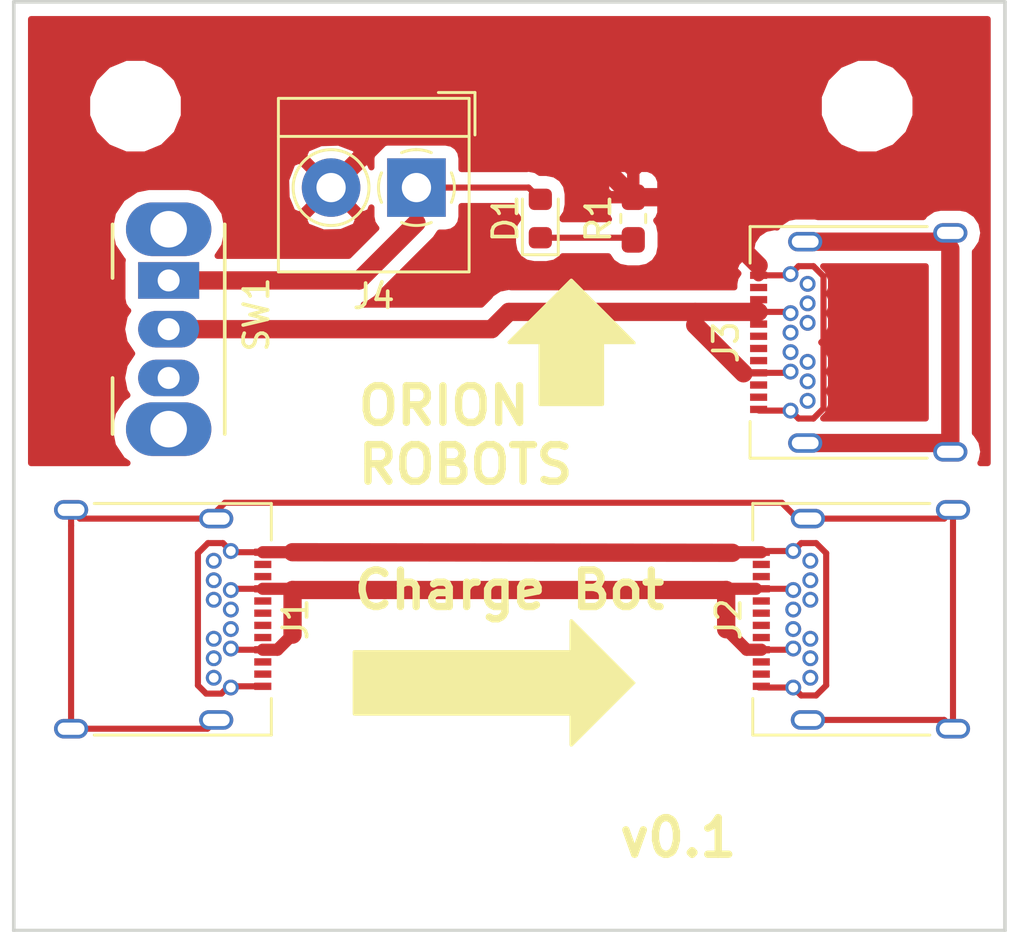
<source format=kicad_pcb>
(kicad_pcb (version 20171130) (host pcbnew "(5.0.2)-1")

  (general
    (thickness 1.6)
    (drawings 9)
    (tracks 100)
    (zones 0)
    (modules 11)
    (nets 34)
  )

  (page A4)
  (layers
    (0 F.Cu signal)
    (31 B.Cu signal)
    (32 B.Adhes user)
    (33 F.Adhes user)
    (34 B.Paste user)
    (35 F.Paste user)
    (36 B.SilkS user)
    (37 F.SilkS user)
    (38 B.Mask user)
    (39 F.Mask user)
    (40 Dwgs.User user)
    (41 Cmts.User user)
    (42 Eco1.User user)
    (43 Eco2.User user)
    (44 Edge.Cuts user)
    (45 Margin user)
    (46 B.CrtYd user)
    (47 F.CrtYd user)
    (48 B.Fab user)
    (49 F.Fab user)
  )

  (setup
    (last_trace_width 0.25)
    (trace_clearance 0.2)
    (zone_clearance 0.508)
    (zone_45_only no)
    (trace_min 0.2)
    (segment_width 0.2)
    (edge_width 0.15)
    (via_size 0.8)
    (via_drill 0.4)
    (via_min_size 0.4)
    (via_min_drill 0.3)
    (uvia_size 0.3)
    (uvia_drill 0.1)
    (uvias_allowed no)
    (uvia_min_size 0.2)
    (uvia_min_drill 0.1)
    (pcb_text_width 0.3)
    (pcb_text_size 1.5 1.5)
    (mod_edge_width 0.15)
    (mod_text_size 1 1)
    (mod_text_width 0.15)
    (pad_size 1.524 1.524)
    (pad_drill 0.762)
    (pad_to_mask_clearance 0.051)
    (solder_mask_min_width 0.25)
    (aux_axis_origin 0 0)
    (visible_elements 7FFFFFFF)
    (pcbplotparams
      (layerselection 0x010fc_ffffffff)
      (usegerberextensions false)
      (usegerberattributes false)
      (usegerberadvancedattributes false)
      (creategerberjobfile false)
      (excludeedgelayer true)
      (linewidth 0.100000)
      (plotframeref false)
      (viasonmask false)
      (mode 1)
      (useauxorigin false)
      (hpglpennumber 1)
      (hpglpenspeed 20)
      (hpglpendiameter 15.000000)
      (psnegative false)
      (psa4output false)
      (plotreference true)
      (plotvalue true)
      (plotinvisibletext false)
      (padsonsilk false)
      (subtractmaskfromsilk false)
      (outputformat 1)
      (mirror false)
      (drillshape 1)
      (scaleselection 1)
      (outputdirectory ""))
  )

  (net 0 "")
  (net 1 "Net-(D1-Pad2)")
  (net 2 "Net-(D1-Pad1)")
  (net 3 "Net-(J3-PadA1)")
  (net 4 "Net-(J1-PadS1)")
  (net 5 "Net-(J1-PadA1)")
  (net 6 "Net-(J1-PadA4)")
  (net 7 "Net-(J1-PadA5)")
  (net 8 "Net-(J1-PadA6)")
  (net 9 "Net-(J1-PadA7)")
  (net 10 "Net-(J1-PadA8)")
  (net 11 "Net-(J1-PadB6)")
  (net 12 "Net-(J1-PadB7)")
  (net 13 "Net-(J1-PadB5)")
  (net 14 "Net-(J1-PadB8)")
  (net 15 "Net-(J3-PadS1)")
  (net 16 "Net-(J3-PadA4)")
  (net 17 "Net-(J3-PadA5)")
  (net 18 "Net-(J3-PadA6)")
  (net 19 "Net-(J3-PadA7)")
  (net 20 "Net-(J3-PadA8)")
  (net 21 "Net-(J3-PadB6)")
  (net 22 "Net-(J3-PadB7)")
  (net 23 "Net-(J3-PadB5)")
  (net 24 "Net-(J3-PadB8)")
  (net 25 "Net-(SW1-Pad3)")
  (net 26 "Net-(J2-PadB8)")
  (net 27 "Net-(J2-PadB5)")
  (net 28 "Net-(J2-PadB7)")
  (net 29 "Net-(J2-PadB6)")
  (net 30 "Net-(J2-PadA8)")
  (net 31 "Net-(J2-PadA7)")
  (net 32 "Net-(J2-PadA6)")
  (net 33 "Net-(J2-PadA5)")

  (net_class Default "This is the default net class."
    (clearance 0.2)
    (trace_width 0.25)
    (via_dia 0.8)
    (via_drill 0.4)
    (uvia_dia 0.3)
    (uvia_drill 0.1)
    (add_net "Net-(D1-Pad1)")
    (add_net "Net-(D1-Pad2)")
    (add_net "Net-(J1-PadA1)")
    (add_net "Net-(J1-PadA4)")
    (add_net "Net-(J1-PadA5)")
    (add_net "Net-(J1-PadA6)")
    (add_net "Net-(J1-PadA7)")
    (add_net "Net-(J1-PadA8)")
    (add_net "Net-(J1-PadB5)")
    (add_net "Net-(J1-PadB6)")
    (add_net "Net-(J1-PadB7)")
    (add_net "Net-(J1-PadB8)")
    (add_net "Net-(J1-PadS1)")
    (add_net "Net-(J2-PadA5)")
    (add_net "Net-(J2-PadA6)")
    (add_net "Net-(J2-PadA7)")
    (add_net "Net-(J2-PadA8)")
    (add_net "Net-(J2-PadB5)")
    (add_net "Net-(J2-PadB6)")
    (add_net "Net-(J2-PadB7)")
    (add_net "Net-(J2-PadB8)")
    (add_net "Net-(J3-PadA1)")
    (add_net "Net-(J3-PadA4)")
    (add_net "Net-(J3-PadA5)")
    (add_net "Net-(J3-PadA6)")
    (add_net "Net-(J3-PadA7)")
    (add_net "Net-(J3-PadA8)")
    (add_net "Net-(J3-PadB5)")
    (add_net "Net-(J3-PadB6)")
    (add_net "Net-(J3-PadB7)")
    (add_net "Net-(J3-PadB8)")
    (add_net "Net-(J3-PadS1)")
    (add_net "Net-(SW1-Pad3)")
  )

  (module MountingHole:MountingHole_2.7mm_M2.5 (layer F.Cu) (tedit 5C53811C) (tstamp 5C6B43CE)
    (at 85 80)
    (descr "Mounting Hole 2.7mm, no annular, M2.5")
    (tags "mounting hole 2.7mm no annular m2.5")
    (attr virtual)
    (fp_text reference REF** (at 0 -3.7) (layer F.SilkS) hide
      (effects (font (size 1 1) (thickness 0.15)))
    )
    (fp_text value MountingHole_2.7mm_M2.5 (at 0 3.7) (layer F.Fab) hide
      (effects (font (size 1 1) (thickness 0.15)))
    )
    (fp_text user %R (at 0.3 0) (layer F.Fab)
      (effects (font (size 1 1) (thickness 0.15)))
    )
    (fp_circle (center 0 0) (end 2.7 0) (layer Cmts.User) (width 0.15))
    (fp_circle (center 0 0) (end 2.95 0) (layer F.CrtYd) (width 0.05))
    (pad 1 np_thru_hole circle (at 0 0) (size 2.7 2.7) (drill 2.7) (layers *.Cu *.Mask))
  )

  (module MountingHole:MountingHole_2.7mm_M2.5 (layer F.Cu) (tedit 5C53811C) (tstamp 5C6B43C0)
    (at 115 80)
    (descr "Mounting Hole 2.7mm, no annular, M2.5")
    (tags "mounting hole 2.7mm no annular m2.5")
    (attr virtual)
    (fp_text reference REF** (at 0 -3.7) (layer F.SilkS) hide
      (effects (font (size 1 1) (thickness 0.15)))
    )
    (fp_text value MountingHole_2.7mm_M2.5 (at 0 3.7) (layer F.Fab) hide
      (effects (font (size 1 1) (thickness 0.15)))
    )
    (fp_circle (center 0 0) (end 2.95 0) (layer F.CrtYd) (width 0.05))
    (fp_circle (center 0 0) (end 2.7 0) (layer Cmts.User) (width 0.15))
    (fp_text user %R (at 0.3 0) (layer F.Fab)
      (effects (font (size 1 1) (thickness 0.15)))
    )
    (pad 1 np_thru_hole circle (at 0 0) (size 2.7 2.7) (drill 2.7) (layers *.Cu *.Mask))
  )

  (module MountingHole:MountingHole_2.7mm_M2.5 (layer F.Cu) (tedit 5C53811C) (tstamp 5C6B405D)
    (at 115 50)
    (descr "Mounting Hole 2.7mm, no annular, M2.5")
    (tags "mounting hole 2.7mm no annular m2.5")
    (attr virtual)
    (fp_text reference REF** (at 0 -3.7) (layer F.SilkS) hide
      (effects (font (size 1 1) (thickness 0.15)))
    )
    (fp_text value MountingHole_2.7mm_M2.5 (at 0 3.7) (layer F.Fab) hide
      (effects (font (size 1 1) (thickness 0.15)))
    )
    (fp_text user %R (at 0.3 0) (layer F.Fab)
      (effects (font (size 1 1) (thickness 0.15)))
    )
    (fp_circle (center 0 0) (end 2.7 0) (layer Cmts.User) (width 0.15))
    (fp_circle (center 0 0) (end 2.95 0) (layer F.CrtYd) (width 0.05))
    (pad 1 np_thru_hole circle (at 0 0) (size 2.7 2.7) (drill 2.7) (layers *.Cu *.Mask))
  )

  (module Button_Switch_THT:SW_CuK_OS102011MA1QN1_SPDT_Angled (layer F.Cu) (tedit 5C52F5C7) (tstamp 5C5EB9C3)
    (at 86.36 57.15 270)
    (descr "CuK miniature slide switch, OS series, SPDT, right angle, http://www.ckswitches.com/media/1428/os.pdf")
    (tags "switch SPDT")
    (path /5C522216)
    (fp_text reference SW1 (at 1.4 -3.6 270) (layer F.SilkS)
      (effects (font (size 1 1) (thickness 0.15)))
    )
    (fp_text value SW_SPDT (at 8.89 1.27) (layer F.Fab) hide
      (effects (font (size 1 1) (thickness 0.15)))
    )
    (fp_text user %R (at 2.3 1.7 270) (layer F.Fab)
      (effects (font (size 0.5 0.5) (thickness 0.1)))
    )
    (fp_line (start -2.3 -2.2) (end 6.3 -2.2) (layer F.Fab) (width 0.1))
    (fp_line (start -2.3 -2.2) (end -2.3 2.2) (layer F.Fab) (width 0.1))
    (fp_line (start -2.3 2.2) (end 6.3 2.2) (layer F.Fab) (width 0.1))
    (fp_line (start 6.3 2.2) (end 6.3 -2.2) (layer F.Fab) (width 0.1))
    (fp_line (start 2 2.2) (end 2 6.2) (layer F.Fab) (width 0.1))
    (fp_line (start 2 6.2) (end 0 6.2) (layer F.Fab) (width 0.1))
    (fp_line (start 0 6.2) (end 0 2.2) (layer F.Fab) (width 0.1))
    (fp_line (start -2.3 -2.3) (end 6.3 -2.3) (layer F.SilkS) (width 0.15))
    (fp_line (start -2.3 2.3) (end -0.1 2.3) (layer F.SilkS) (width 0.15))
    (fp_line (start 4 2.3) (end 6.3 2.3) (layer F.SilkS) (width 0.15))
    (fp_line (start 7.7 -2.7) (end 7.7 6.7) (layer F.CrtYd) (width 0.05))
    (fp_line (start 7.7 6.7) (end -3.7 6.7) (layer F.CrtYd) (width 0.05))
    (fp_line (start -3.7 6.7) (end -3.7 -2.7) (layer F.CrtYd) (width 0.05))
    (fp_line (start -3.7 -2.7) (end 7.7 -2.7) (layer F.CrtYd) (width 0.05))
    (pad 1 thru_hole rect (at 0 0 270) (size 1.5 2.5) (drill 0.9) (layers *.Cu *.Mask)
      (net 1 "Net-(D1-Pad2)"))
    (pad 2 thru_hole oval (at 2 0 270) (size 1.5 2.5) (drill 0.9) (layers *.Cu *.Mask)
      (net 16 "Net-(J3-PadA4)"))
    (pad 3 thru_hole oval (at 4 0 270) (size 1.5 2.5) (drill 0.9) (layers *.Cu *.Mask)
      (net 25 "Net-(SW1-Pad3)"))
    (pad "" thru_hole oval (at -2.1 0 270) (size 2.2 3.5) (drill 1.5) (layers *.Cu *.Mask))
    (pad "" thru_hole oval (at 6.1 0 270) (size 2.2 3.5) (drill 1.5) (layers *.Cu *.Mask))
    (model ${KISYS3DMOD}/Button_Switch_THT.3dshapes/SW_CuK_OS102011MA1QN1_SPDT_Angled.wrl
      (at (xyz 0 0 0))
      (scale (xyz 1 1 1))
      (rotate (xyz 0 0 0))
    )
  )

  (module Connector_USB:USB_C_Receptacle_Amphenol_12401548E4-2A (layer F.Cu) (tedit 5C52F5D9) (tstamp 5C5EB97C)
    (at 115.57 59.69 90)
    (descr "USB TYPE C, RA RCPT PCB, Hybrid, https://www.amphenolcanada.com/StockAvailabilityPrice.aspx?From=&PartNum=12401548E4%7e2A")
    (tags "USB C Type-C Receptacle Hybrid")
    (path /5C521088)
    (attr smd)
    (fp_text reference J3 (at 0 -6.36 90) (layer F.SilkS)
      (effects (font (size 1 1) (thickness 0.15)))
    )
    (fp_text value USB_C_Receptacle_USB2.0 (at -6.35 -1.27) (layer F.Fab) hide
      (effects (font (size 1 1) (thickness 0.15)))
    )
    (fp_text user %R (at 0 0 90) (layer F.Fab)
      (effects (font (size 1 1) (thickness 0.1)))
    )
    (fp_line (start -5.39 5.73) (end -5.39 -5.87) (layer F.CrtYd) (width 0.05))
    (fp_line (start 5.39 5.73) (end -5.39 5.73) (layer F.CrtYd) (width 0.05))
    (fp_line (start 5.39 -5.87) (end 5.39 5.73) (layer F.CrtYd) (width 0.05))
    (fp_line (start -5.39 -5.87) (end 5.39 -5.87) (layer F.CrtYd) (width 0.05))
    (fp_line (start 4.6 5.23) (end 4.6 -5.22) (layer F.Fab) (width 0.1))
    (fp_line (start -4.6 5.23) (end 4.6 5.23) (layer F.Fab) (width 0.1))
    (fp_line (start 3.25 -5.37) (end 4.75 -5.37) (layer F.SilkS) (width 0.12))
    (fp_line (start 4.75 -5.37) (end 4.75 1.89) (layer F.SilkS) (width 0.12))
    (fp_line (start -4.75 -5.37) (end -4.75 1.89) (layer F.SilkS) (width 0.12))
    (fp_line (start -4.75 -5.37) (end -3.25 -5.37) (layer F.SilkS) (width 0.12))
    (fp_line (start -4.6 -5.22) (end 4.6 -5.22) (layer F.Fab) (width 0.1))
    (fp_line (start -4.6 5.23) (end -4.6 -5.22) (layer F.Fab) (width 0.1))
    (pad S1 thru_hole oval (at -4.13 -3.11 90) (size 0.8 1.4) (drill oval 0.5 1.1) (layers *.Cu *.Mask)
      (net 15 "Net-(J3-PadS1)"))
    (pad A1 smd rect (at -2.75 -5.02 90) (size 0.3 0.7) (layers F.Cu F.Paste F.Mask)
      (net 3 "Net-(J3-PadA1)"))
    (pad A2 smd rect (at -2.25 -5.02 90) (size 0.3 0.7) (layers F.Cu F.Paste F.Mask))
    (pad A3 smd rect (at -1.75 -5.02 90) (size 0.3 0.7) (layers F.Cu F.Paste F.Mask))
    (pad A4 smd rect (at -1.25 -5.02 90) (size 0.3 0.7) (layers F.Cu F.Paste F.Mask)
      (net 16 "Net-(J3-PadA4)"))
    (pad A5 smd rect (at -0.75 -5.02 90) (size 0.3 0.7) (layers F.Cu F.Paste F.Mask)
      (net 17 "Net-(J3-PadA5)"))
    (pad A6 smd rect (at -0.25 -5.02 90) (size 0.3 0.7) (layers F.Cu F.Paste F.Mask)
      (net 18 "Net-(J3-PadA6)"))
    (pad A7 smd rect (at 0.25 -5.02 90) (size 0.3 0.7) (layers F.Cu F.Paste F.Mask)
      (net 19 "Net-(J3-PadA7)"))
    (pad A12 smd rect (at 2.75 -5.02 90) (size 0.3 0.7) (layers F.Cu F.Paste F.Mask)
      (net 3 "Net-(J3-PadA1)"))
    (pad A10 smd rect (at 1.75 -5.02 90) (size 0.3 0.7) (layers F.Cu F.Paste F.Mask))
    (pad A9 smd rect (at 1.25 -5.02 90) (size 0.3 0.7) (layers F.Cu F.Paste F.Mask)
      (net 16 "Net-(J3-PadA4)"))
    (pad A8 smd rect (at 0.75 -5.02 90) (size 0.3 0.7) (layers F.Cu F.Paste F.Mask)
      (net 20 "Net-(J3-PadA8)"))
    (pad A11 smd rect (at 2.25 -5.02 90) (size 0.3 0.7) (layers F.Cu F.Paste F.Mask))
    (pad S1 thru_hole oval (at 4.13 -3.11 90) (size 0.8 1.4) (drill oval 0.5 1.1) (layers *.Cu *.Mask)
      (net 15 "Net-(J3-PadS1)"))
    (pad S1 thru_hole oval (at 4.49 2.84 90) (size 0.8 1.4) (drill oval 0.5 1.1) (layers *.Cu *.Mask)
      (net 15 "Net-(J3-PadS1)"))
    (pad S1 thru_hole oval (at -4.49 2.84 90) (size 0.8 1.4) (drill oval 0.5 1.1) (layers *.Cu *.Mask)
      (net 15 "Net-(J3-PadS1)"))
    (pad "" np_thru_hole oval (at 3.6 -4.36 90) (size 0.95 0.65) (drill oval 0.95 0.65) (layers *.Cu *.Mask))
    (pad "" np_thru_hole circle (at -3.6 -4.36 90) (size 0.65 0.65) (drill 0.65) (layers *.Cu *.Mask))
    (pad B1 thru_hole circle (at 2.8 -3.71 90) (size 0.65 0.65) (drill 0.4) (layers *.Cu *.Mask)
      (net 3 "Net-(J3-PadA1)"))
    (pad B4 thru_hole circle (at 1.2 -3.71 90) (size 0.65 0.65) (drill 0.4) (layers *.Cu *.Mask)
      (net 16 "Net-(J3-PadA4)"))
    (pad B6 thru_hole circle (at 0.4 -3.71 90) (size 0.65 0.65) (drill 0.4) (layers *.Cu *.Mask)
      (net 21 "Net-(J3-PadB6)"))
    (pad B7 thru_hole circle (at -0.4 -3.71 90) (size 0.65 0.65) (drill 0.4) (layers *.Cu *.Mask)
      (net 22 "Net-(J3-PadB7)"))
    (pad B9 thru_hole circle (at -1.2 -3.71 90) (size 0.65 0.65) (drill 0.4) (layers *.Cu *.Mask)
      (net 16 "Net-(J3-PadA4)"))
    (pad B12 thru_hole circle (at -2.8 -3.71 90) (size 0.65 0.65) (drill 0.4) (layers *.Cu *.Mask)
      (net 3 "Net-(J3-PadA1)"))
    (pad B2 thru_hole circle (at 2.4 -3.01 90) (size 0.65 0.65) (drill 0.4) (layers *.Cu *.Mask))
    (pad B3 thru_hole circle (at 1.6 -3.01 90) (size 0.65 0.65) (drill 0.4) (layers *.Cu *.Mask))
    (pad B5 thru_hole circle (at 0.8 -3.01 90) (size 0.65 0.65) (drill 0.4) (layers *.Cu *.Mask)
      (net 23 "Net-(J3-PadB5)"))
    (pad B8 thru_hole circle (at -0.8 -3.01 90) (size 0.65 0.65) (drill 0.4) (layers *.Cu *.Mask)
      (net 24 "Net-(J3-PadB8)"))
    (pad B10 thru_hole circle (at -1.6 -3.01 90) (size 0.65 0.65) (drill 0.4) (layers *.Cu *.Mask))
    (pad B11 thru_hole circle (at -2.4 -3.01 90) (size 0.65 0.65) (drill 0.4) (layers *.Cu *.Mask))
    (model ${KISYS3DMOD}/Connector_USB.3dshapes/USB_C_Receptacle_Amphenol_12401548E4-2A.wrl
      (at (xyz 0 0 0))
      (scale (xyz 1 1 1))
      (rotate (xyz 0 0 0))
    )
  )

  (module Connector_USB:USB_C_Receptacle_Amphenol_12401548E4-2A (layer F.Cu) (tedit 5C52F5D1) (tstamp 5C6B4301)
    (at 115.68 71.05 90)
    (descr "USB TYPE C, RA RCPT PCB, Hybrid, https://www.amphenolcanada.com/StockAvailabilityPrice.aspx?From=&PartNum=12401548E4%7e2A")
    (tags "USB C Type-C Receptacle Hybrid")
    (path /5C52132C)
    (attr smd)
    (fp_text reference J2 (at 0 -6.36 90) (layer F.SilkS)
      (effects (font (size 1 1) (thickness 0.15)))
    )
    (fp_text value USB_C_Receptacle_USB2.0 (at -6.35 -2.54) (layer F.Fab) hide
      (effects (font (size 1 1) (thickness 0.15)))
    )
    (fp_line (start -4.6 5.23) (end -4.6 -5.22) (layer F.Fab) (width 0.1))
    (fp_line (start -4.6 -5.22) (end 4.6 -5.22) (layer F.Fab) (width 0.1))
    (fp_line (start -4.75 -5.37) (end -3.25 -5.37) (layer F.SilkS) (width 0.12))
    (fp_line (start -4.75 -5.37) (end -4.75 1.89) (layer F.SilkS) (width 0.12))
    (fp_line (start 4.75 -5.37) (end 4.75 1.89) (layer F.SilkS) (width 0.12))
    (fp_line (start 3.25 -5.37) (end 4.75 -5.37) (layer F.SilkS) (width 0.12))
    (fp_line (start -4.6 5.23) (end 4.6 5.23) (layer F.Fab) (width 0.1))
    (fp_line (start 4.6 5.23) (end 4.6 -5.22) (layer F.Fab) (width 0.1))
    (fp_line (start -5.39 -5.87) (end 5.39 -5.87) (layer F.CrtYd) (width 0.05))
    (fp_line (start 5.39 -5.87) (end 5.39 5.73) (layer F.CrtYd) (width 0.05))
    (fp_line (start 5.39 5.73) (end -5.39 5.73) (layer F.CrtYd) (width 0.05))
    (fp_line (start -5.39 5.73) (end -5.39 -5.87) (layer F.CrtYd) (width 0.05))
    (fp_text user %R (at 5.08 -1.27 90) (layer F.Fab)
      (effects (font (size 1 1) (thickness 0.1)))
    )
    (pad B11 thru_hole circle (at -2.4 -3.01 90) (size 0.65 0.65) (drill 0.4) (layers *.Cu *.Mask))
    (pad B10 thru_hole circle (at -1.6 -3.01 90) (size 0.65 0.65) (drill 0.4) (layers *.Cu *.Mask))
    (pad B8 thru_hole circle (at -0.8 -3.01 90) (size 0.65 0.65) (drill 0.4) (layers *.Cu *.Mask)
      (net 26 "Net-(J2-PadB8)"))
    (pad B5 thru_hole circle (at 0.8 -3.01 90) (size 0.65 0.65) (drill 0.4) (layers *.Cu *.Mask)
      (net 27 "Net-(J2-PadB5)"))
    (pad B3 thru_hole circle (at 1.6 -3.01 90) (size 0.65 0.65) (drill 0.4) (layers *.Cu *.Mask))
    (pad B2 thru_hole circle (at 2.4 -3.01 90) (size 0.65 0.65) (drill 0.4) (layers *.Cu *.Mask))
    (pad B12 thru_hole circle (at -2.8 -3.71 90) (size 0.65 0.65) (drill 0.4) (layers *.Cu *.Mask)
      (net 5 "Net-(J1-PadA1)"))
    (pad B9 thru_hole circle (at -1.2 -3.71 90) (size 0.65 0.65) (drill 0.4) (layers *.Cu *.Mask)
      (net 6 "Net-(J1-PadA4)"))
    (pad B7 thru_hole circle (at -0.4 -3.71 90) (size 0.65 0.65) (drill 0.4) (layers *.Cu *.Mask)
      (net 28 "Net-(J2-PadB7)"))
    (pad B6 thru_hole circle (at 0.4 -3.71 90) (size 0.65 0.65) (drill 0.4) (layers *.Cu *.Mask)
      (net 29 "Net-(J2-PadB6)"))
    (pad B4 thru_hole circle (at 1.2 -3.71 90) (size 0.65 0.65) (drill 0.4) (layers *.Cu *.Mask)
      (net 6 "Net-(J1-PadA4)"))
    (pad B1 thru_hole circle (at 2.8 -3.71 90) (size 0.65 0.65) (drill 0.4) (layers *.Cu *.Mask)
      (net 5 "Net-(J1-PadA1)"))
    (pad "" np_thru_hole circle (at -3.6 -4.36 90) (size 0.65 0.65) (drill 0.65) (layers *.Cu *.Mask))
    (pad "" np_thru_hole oval (at 3.6 -4.36 90) (size 0.95 0.65) (drill oval 0.95 0.65) (layers *.Cu *.Mask))
    (pad S1 thru_hole oval (at -4.49 2.84 90) (size 0.8 1.4) (drill oval 0.5 1.1) (layers *.Cu *.Mask)
      (net 4 "Net-(J1-PadS1)"))
    (pad S1 thru_hole oval (at 4.49 2.84 90) (size 0.8 1.4) (drill oval 0.5 1.1) (layers *.Cu *.Mask)
      (net 4 "Net-(J1-PadS1)"))
    (pad S1 thru_hole oval (at 4.13 -3.11 90) (size 0.8 1.4) (drill oval 0.5 1.1) (layers *.Cu *.Mask)
      (net 4 "Net-(J1-PadS1)"))
    (pad A11 smd rect (at 2.25 -5.02 90) (size 0.3 0.7) (layers F.Cu F.Paste F.Mask))
    (pad A8 smd rect (at 0.75 -5.02 90) (size 0.3 0.7) (layers F.Cu F.Paste F.Mask)
      (net 30 "Net-(J2-PadA8)"))
    (pad A9 smd rect (at 1.25 -5.02 90) (size 0.3 0.7) (layers F.Cu F.Paste F.Mask)
      (net 6 "Net-(J1-PadA4)"))
    (pad A10 smd rect (at 1.75 -5.02 90) (size 0.3 0.7) (layers F.Cu F.Paste F.Mask))
    (pad A12 smd rect (at 2.75 -5.02 90) (size 0.3 0.7) (layers F.Cu F.Paste F.Mask)
      (net 5 "Net-(J1-PadA1)"))
    (pad A7 smd rect (at 0.25 -5.02 90) (size 0.3 0.7) (layers F.Cu F.Paste F.Mask)
      (net 31 "Net-(J2-PadA7)"))
    (pad A6 smd rect (at -0.25 -5.02 90) (size 0.3 0.7) (layers F.Cu F.Paste F.Mask)
      (net 32 "Net-(J2-PadA6)"))
    (pad A5 smd rect (at -0.75 -5.02 90) (size 0.3 0.7) (layers F.Cu F.Paste F.Mask)
      (net 33 "Net-(J2-PadA5)"))
    (pad A4 smd rect (at -1.25 -5.02 90) (size 0.3 0.7) (layers F.Cu F.Paste F.Mask)
      (net 6 "Net-(J1-PadA4)"))
    (pad A3 smd rect (at -1.75 -5.02 90) (size 0.3 0.7) (layers F.Cu F.Paste F.Mask))
    (pad A2 smd rect (at -2.25 -5.02 90) (size 0.3 0.7) (layers F.Cu F.Paste F.Mask))
    (pad A1 smd rect (at -2.75 -5.02 90) (size 0.3 0.7) (layers F.Cu F.Paste F.Mask)
      (net 5 "Net-(J1-PadA1)"))
    (pad S1 thru_hole oval (at -4.13 -3.11 90) (size 0.8 1.4) (drill oval 0.5 1.1) (layers *.Cu *.Mask)
      (net 4 "Net-(J1-PadS1)"))
    (model ${KISYS3DMOD}/Connector_USB.3dshapes/USB_C_Receptacle_Amphenol_12401548E4-2A.wrl
      (at (xyz 0 0 0))
      (scale (xyz 1 1 1))
      (rotate (xyz 0 0 0))
    )
  )

  (module Connector_USB:USB_C_Receptacle_Amphenol_12401548E4-2A (layer F.Cu) (tedit 5C52F5CD) (tstamp 5C6B4277)
    (at 85.2 71.05 270)
    (descr "USB TYPE C, RA RCPT PCB, Hybrid, https://www.amphenolcanada.com/StockAvailabilityPrice.aspx?From=&PartNum=12401548E4%7e2A")
    (tags "USB C Type-C Receptacle Hybrid")
    (path /5C521188)
    (attr smd)
    (fp_text reference J1 (at 0 -6.36 270) (layer F.SilkS)
      (effects (font (size 1 1) (thickness 0.15)))
    )
    (fp_text value USB_C_Receptacle_USB2.0 (at 6.35 -1.27 180) (layer F.Fab) hide
      (effects (font (size 1 1) (thickness 0.15)))
    )
    (fp_text user %R (at 0 0 270) (layer F.Fab)
      (effects (font (size 1 1) (thickness 0.1)))
    )
    (fp_line (start -5.39 5.73) (end -5.39 -5.87) (layer F.CrtYd) (width 0.05))
    (fp_line (start 5.39 5.73) (end -5.39 5.73) (layer F.CrtYd) (width 0.05))
    (fp_line (start 5.39 -5.87) (end 5.39 5.73) (layer F.CrtYd) (width 0.05))
    (fp_line (start -5.39 -5.87) (end 5.39 -5.87) (layer F.CrtYd) (width 0.05))
    (fp_line (start 4.6 5.23) (end 4.6 -5.22) (layer F.Fab) (width 0.1))
    (fp_line (start -4.6 5.23) (end 4.6 5.23) (layer F.Fab) (width 0.1))
    (fp_line (start 3.25 -5.37) (end 4.75 -5.37) (layer F.SilkS) (width 0.12))
    (fp_line (start 4.75 -5.37) (end 4.75 1.89) (layer F.SilkS) (width 0.12))
    (fp_line (start -4.75 -5.37) (end -4.75 1.89) (layer F.SilkS) (width 0.12))
    (fp_line (start -4.75 -5.37) (end -3.25 -5.37) (layer F.SilkS) (width 0.12))
    (fp_line (start -4.6 -5.22) (end 4.6 -5.22) (layer F.Fab) (width 0.1))
    (fp_line (start -4.6 5.23) (end -4.6 -5.22) (layer F.Fab) (width 0.1))
    (pad S1 thru_hole oval (at -4.13 -3.11 270) (size 0.8 1.4) (drill oval 0.5 1.1) (layers *.Cu *.Mask)
      (net 4 "Net-(J1-PadS1)"))
    (pad A1 smd rect (at -2.75 -5.02 270) (size 0.3 0.7) (layers F.Cu F.Paste F.Mask)
      (net 5 "Net-(J1-PadA1)"))
    (pad A2 smd rect (at -2.25 -5.02 270) (size 0.3 0.7) (layers F.Cu F.Paste F.Mask))
    (pad A3 smd rect (at -1.75 -5.02 270) (size 0.3 0.7) (layers F.Cu F.Paste F.Mask))
    (pad A4 smd rect (at -1.25 -5.02 270) (size 0.3 0.7) (layers F.Cu F.Paste F.Mask)
      (net 6 "Net-(J1-PadA4)"))
    (pad A5 smd rect (at -0.75 -5.02 270) (size 0.3 0.7) (layers F.Cu F.Paste F.Mask)
      (net 7 "Net-(J1-PadA5)"))
    (pad A6 smd rect (at -0.25 -5.02 270) (size 0.3 0.7) (layers F.Cu F.Paste F.Mask)
      (net 8 "Net-(J1-PadA6)"))
    (pad A7 smd rect (at 0.25 -5.02 270) (size 0.3 0.7) (layers F.Cu F.Paste F.Mask)
      (net 9 "Net-(J1-PadA7)"))
    (pad A12 smd rect (at 2.75 -5.02 270) (size 0.3 0.7) (layers F.Cu F.Paste F.Mask)
      (net 5 "Net-(J1-PadA1)"))
    (pad A10 smd rect (at 1.75 -5.02 270) (size 0.3 0.7) (layers F.Cu F.Paste F.Mask))
    (pad A9 smd rect (at 1.25 -5.02 270) (size 0.3 0.7) (layers F.Cu F.Paste F.Mask)
      (net 6 "Net-(J1-PadA4)"))
    (pad A8 smd rect (at 0.75 -5.02 270) (size 0.3 0.7) (layers F.Cu F.Paste F.Mask)
      (net 10 "Net-(J1-PadA8)"))
    (pad A11 smd rect (at 2.25 -5.02 270) (size 0.3 0.7) (layers F.Cu F.Paste F.Mask))
    (pad S1 thru_hole oval (at 4.13 -3.11 270) (size 0.8 1.4) (drill oval 0.5 1.1) (layers *.Cu *.Mask)
      (net 4 "Net-(J1-PadS1)"))
    (pad S1 thru_hole oval (at 4.49 2.84 270) (size 0.8 1.4) (drill oval 0.5 1.1) (layers *.Cu *.Mask)
      (net 4 "Net-(J1-PadS1)"))
    (pad S1 thru_hole oval (at -4.49 2.84 270) (size 0.8 1.4) (drill oval 0.5 1.1) (layers *.Cu *.Mask)
      (net 4 "Net-(J1-PadS1)"))
    (pad "" np_thru_hole oval (at 3.6 -4.36 270) (size 0.95 0.65) (drill oval 0.95 0.65) (layers *.Cu *.Mask))
    (pad "" np_thru_hole circle (at -3.6 -4.36 270) (size 0.65 0.65) (drill 0.65) (layers *.Cu *.Mask))
    (pad B1 thru_hole circle (at 2.8 -3.71 270) (size 0.65 0.65) (drill 0.4) (layers *.Cu *.Mask)
      (net 5 "Net-(J1-PadA1)"))
    (pad B4 thru_hole circle (at 1.2 -3.71 270) (size 0.65 0.65) (drill 0.4) (layers *.Cu *.Mask)
      (net 6 "Net-(J1-PadA4)"))
    (pad B6 thru_hole circle (at 0.4 -3.71 270) (size 0.65 0.65) (drill 0.4) (layers *.Cu *.Mask)
      (net 11 "Net-(J1-PadB6)"))
    (pad B7 thru_hole circle (at -0.4 -3.71 270) (size 0.65 0.65) (drill 0.4) (layers *.Cu *.Mask)
      (net 12 "Net-(J1-PadB7)"))
    (pad B9 thru_hole circle (at -1.2 -3.71 270) (size 0.65 0.65) (drill 0.4) (layers *.Cu *.Mask)
      (net 6 "Net-(J1-PadA4)"))
    (pad B12 thru_hole circle (at -2.8 -3.71 270) (size 0.65 0.65) (drill 0.4) (layers *.Cu *.Mask)
      (net 5 "Net-(J1-PadA1)"))
    (pad B2 thru_hole circle (at 2.4 -3.01 270) (size 0.65 0.65) (drill 0.4) (layers *.Cu *.Mask))
    (pad B3 thru_hole circle (at 1.6 -3.01 270) (size 0.65 0.65) (drill 0.4) (layers *.Cu *.Mask))
    (pad B5 thru_hole circle (at 0.8 -3.01 270) (size 0.65 0.65) (drill 0.4) (layers *.Cu *.Mask)
      (net 13 "Net-(J1-PadB5)"))
    (pad B8 thru_hole circle (at -0.8 -3.01 270) (size 0.65 0.65) (drill 0.4) (layers *.Cu *.Mask)
      (net 14 "Net-(J1-PadB8)"))
    (pad B10 thru_hole circle (at -1.6 -3.01 270) (size 0.65 0.65) (drill 0.4) (layers *.Cu *.Mask))
    (pad B11 thru_hole circle (at -2.4 -3.01 270) (size 0.65 0.65) (drill 0.4) (layers *.Cu *.Mask))
    (model ${KISYS3DMOD}/Connector_USB.3dshapes/USB_C_Receptacle_Amphenol_12401548E4-2A.wrl
      (at (xyz 0 0 0))
      (scale (xyz 1 1 1))
      (rotate (xyz 0 0 0))
    )
  )

  (module LED_SMD:LED_0603_1608Metric (layer F.Cu) (tedit 5B301BBE) (tstamp 5C5EE4C1)
    (at 101.6 54.61 90)
    (descr "LED SMD 0603 (1608 Metric), square (rectangular) end terminal, IPC_7351 nominal, (Body size source: http://www.tortai-tech.com/upload/download/2011102023233369053.pdf), generated with kicad-footprint-generator")
    (tags diode)
    (path /5C5235CB)
    (attr smd)
    (fp_text reference D1 (at 0 -1.43 90) (layer F.SilkS)
      (effects (font (size 1 1) (thickness 0.15)))
    )
    (fp_text value LED_Small (at 0 1.43 90) (layer F.Fab)
      (effects (font (size 1 1) (thickness 0.15)))
    )
    (fp_line (start 0.8 -0.4) (end -0.5 -0.4) (layer F.Fab) (width 0.1))
    (fp_line (start -0.5 -0.4) (end -0.8 -0.1) (layer F.Fab) (width 0.1))
    (fp_line (start -0.8 -0.1) (end -0.8 0.4) (layer F.Fab) (width 0.1))
    (fp_line (start -0.8 0.4) (end 0.8 0.4) (layer F.Fab) (width 0.1))
    (fp_line (start 0.8 0.4) (end 0.8 -0.4) (layer F.Fab) (width 0.1))
    (fp_line (start 0.8 -0.735) (end -1.485 -0.735) (layer F.SilkS) (width 0.12))
    (fp_line (start -1.485 -0.735) (end -1.485 0.735) (layer F.SilkS) (width 0.12))
    (fp_line (start -1.485 0.735) (end 0.8 0.735) (layer F.SilkS) (width 0.12))
    (fp_line (start -1.48 0.73) (end -1.48 -0.73) (layer F.CrtYd) (width 0.05))
    (fp_line (start -1.48 -0.73) (end 1.48 -0.73) (layer F.CrtYd) (width 0.05))
    (fp_line (start 1.48 -0.73) (end 1.48 0.73) (layer F.CrtYd) (width 0.05))
    (fp_line (start 1.48 0.73) (end -1.48 0.73) (layer F.CrtYd) (width 0.05))
    (fp_text user %R (at 0 0 90) (layer F.Fab)
      (effects (font (size 0.4 0.4) (thickness 0.06)))
    )
    (pad 1 smd roundrect (at -0.7875 0 90) (size 0.875 0.95) (layers F.Cu F.Paste F.Mask) (roundrect_rratio 0.25)
      (net 2 "Net-(D1-Pad1)"))
    (pad 2 smd roundrect (at 0.7875 0 90) (size 0.875 0.95) (layers F.Cu F.Paste F.Mask) (roundrect_rratio 0.25)
      (net 1 "Net-(D1-Pad2)"))
    (model ${KISYS3DMOD}/LED_SMD.3dshapes/LED_0603_1608Metric.wrl
      (at (xyz 0 0 0))
      (scale (xyz 1 1 1))
      (rotate (xyz 0 0 0))
    )
  )

  (module Resistor_SMD:R_0603_1608Metric_Pad1.05x0.95mm_HandSolder (layer F.Cu) (tedit 5B301BBD) (tstamp 5C6B3E39)
    (at 105.41 54.61 90)
    (descr "Resistor SMD 0603 (1608 Metric), square (rectangular) end terminal, IPC_7351 nominal with elongated pad for handsoldering. (Body size source: http://www.tortai-tech.com/upload/download/2011102023233369053.pdf), generated with kicad-footprint-generator")
    (tags "resistor handsolder")
    (path /5C5236C3)
    (attr smd)
    (fp_text reference R1 (at 0 -1.43 90) (layer F.SilkS)
      (effects (font (size 1 1) (thickness 0.15)))
    )
    (fp_text value 330R (at 0 1.43 90) (layer F.Fab)
      (effects (font (size 1 1) (thickness 0.15)))
    )
    (fp_line (start -0.8 0.4) (end -0.8 -0.4) (layer F.Fab) (width 0.1))
    (fp_line (start -0.8 -0.4) (end 0.8 -0.4) (layer F.Fab) (width 0.1))
    (fp_line (start 0.8 -0.4) (end 0.8 0.4) (layer F.Fab) (width 0.1))
    (fp_line (start 0.8 0.4) (end -0.8 0.4) (layer F.Fab) (width 0.1))
    (fp_line (start -0.171267 -0.51) (end 0.171267 -0.51) (layer F.SilkS) (width 0.12))
    (fp_line (start -0.171267 0.51) (end 0.171267 0.51) (layer F.SilkS) (width 0.12))
    (fp_line (start -1.65 0.73) (end -1.65 -0.73) (layer F.CrtYd) (width 0.05))
    (fp_line (start -1.65 -0.73) (end 1.65 -0.73) (layer F.CrtYd) (width 0.05))
    (fp_line (start 1.65 -0.73) (end 1.65 0.73) (layer F.CrtYd) (width 0.05))
    (fp_line (start 1.65 0.73) (end -1.65 0.73) (layer F.CrtYd) (width 0.05))
    (fp_text user %R (at 0 0) (layer F.Fab)
      (effects (font (size 0.4 0.4) (thickness 0.06)))
    )
    (pad 1 smd roundrect (at -0.875 0 90) (size 1.05 0.95) (layers F.Cu F.Paste F.Mask) (roundrect_rratio 0.25)
      (net 2 "Net-(D1-Pad1)"))
    (pad 2 smd roundrect (at 0.875 0 90) (size 1.05 0.95) (layers F.Cu F.Paste F.Mask) (roundrect_rratio 0.25)
      (net 3 "Net-(J3-PadA1)"))
    (model ${KISYS3DMOD}/Resistor_SMD.3dshapes/R_0603_1608Metric.wrl
      (at (xyz 0 0 0))
      (scale (xyz 1 1 1))
      (rotate (xyz 0 0 0))
    )
  )

  (module TerminalBlock_4Ucon:TerminalBlock_4Ucon_1x02_P3.50mm_Horizontal (layer F.Cu) (tedit 5C52F5C4) (tstamp 5C5ED2A0)
    (at 96.52 53.34 180)
    (descr "Terminal Block 4Ucon ItemNo. 19963, 2 pins, pitch 3.5mm, size 7.7x7mm^2, drill diamater 1.2mm, pad diameter 2.4mm, see http://www.4uconnector.com/online/object/4udrawing/19963.pdf, script-generated using https://github.com/pointhi/kicad-footprint-generator/scripts/TerminalBlock_4Ucon")
    (tags "THT Terminal Block 4Ucon ItemNo. 19963 pitch 3.5mm size 7.7x7mm^2 drill 1.2mm pad 2.4mm")
    (path /5C53380F)
    (fp_text reference J4 (at 1.75 -4.46 180) (layer F.SilkS)
      (effects (font (size 1 1) (thickness 0.15)))
    )
    (fp_text value Screw_Terminal_01x02 (at 1.75 4.66 180) (layer F.Fab) hide
      (effects (font (size 1 1) (thickness 0.15)))
    )
    (fp_arc (start 0 0) (end 0 1.555) (angle -23) (layer F.SilkS) (width 0.12))
    (fp_arc (start 0 0) (end 1.432 0.608) (angle -46) (layer F.SilkS) (width 0.12))
    (fp_arc (start 0 0) (end 0.608 -1.432) (angle -46) (layer F.SilkS) (width 0.12))
    (fp_arc (start 0 0) (end -1.432 -0.608) (angle -46) (layer F.SilkS) (width 0.12))
    (fp_arc (start 0 0) (end -0.608 1.432) (angle -24) (layer F.SilkS) (width 0.12))
    (fp_circle (center 0 0) (end 1.375 0) (layer F.Fab) (width 0.1))
    (fp_circle (center 3.5 0) (end 4.875 0) (layer F.Fab) (width 0.1))
    (fp_circle (center 3.5 0) (end 5.055 0) (layer F.SilkS) (width 0.12))
    (fp_line (start -2.1 -3.4) (end 5.6 -3.4) (layer F.Fab) (width 0.1))
    (fp_line (start 5.6 -3.4) (end 5.6 3.6) (layer F.Fab) (width 0.1))
    (fp_line (start 5.6 3.6) (end -0.6 3.6) (layer F.Fab) (width 0.1))
    (fp_line (start -0.6 3.6) (end -2.1 2.1) (layer F.Fab) (width 0.1))
    (fp_line (start -2.1 2.1) (end -2.1 -3.4) (layer F.Fab) (width 0.1))
    (fp_line (start -2.1 2.1) (end 5.6 2.1) (layer F.Fab) (width 0.1))
    (fp_line (start -2.16 2.1) (end 5.66 2.1) (layer F.SilkS) (width 0.12))
    (fp_line (start -2.16 -3.46) (end 5.66 -3.46) (layer F.SilkS) (width 0.12))
    (fp_line (start -2.16 3.66) (end 5.66 3.66) (layer F.SilkS) (width 0.12))
    (fp_line (start -2.16 -3.46) (end -2.16 3.66) (layer F.SilkS) (width 0.12))
    (fp_line (start 5.66 -3.46) (end 5.66 3.66) (layer F.SilkS) (width 0.12))
    (fp_line (start -1.1 -0.069) (end -0.069 -0.069) (layer F.Fab) (width 0.1))
    (fp_line (start -0.069 -0.069) (end -0.069 -1.1) (layer F.Fab) (width 0.1))
    (fp_line (start -0.069 -1.1) (end 0.069 -1.1) (layer F.Fab) (width 0.1))
    (fp_line (start 0.069 -1.1) (end 0.069 -0.069) (layer F.Fab) (width 0.1))
    (fp_line (start 0.069 -0.069) (end 1.1 -0.069) (layer F.Fab) (width 0.1))
    (fp_line (start 1.1 -0.069) (end 1.1 0.069) (layer F.Fab) (width 0.1))
    (fp_line (start 1.1 0.069) (end 0.069 0.069) (layer F.Fab) (width 0.1))
    (fp_line (start 0.069 0.069) (end 0.069 1.1) (layer F.Fab) (width 0.1))
    (fp_line (start 0.069 1.1) (end -0.069 1.1) (layer F.Fab) (width 0.1))
    (fp_line (start -0.069 1.1) (end -0.069 0.069) (layer F.Fab) (width 0.1))
    (fp_line (start -0.069 0.069) (end -1.1 0.069) (layer F.Fab) (width 0.1))
    (fp_line (start -1.1 0.069) (end -1.1 -0.069) (layer F.Fab) (width 0.1))
    (fp_line (start 2.4 -0.069) (end 3.431 -0.069) (layer F.Fab) (width 0.1))
    (fp_line (start 3.431 -0.069) (end 3.431 -1.1) (layer F.Fab) (width 0.1))
    (fp_line (start 3.431 -1.1) (end 3.569 -1.1) (layer F.Fab) (width 0.1))
    (fp_line (start 3.569 -1.1) (end 3.569 -0.069) (layer F.Fab) (width 0.1))
    (fp_line (start 3.569 -0.069) (end 4.6 -0.069) (layer F.Fab) (width 0.1))
    (fp_line (start 4.6 -0.069) (end 4.6 0.069) (layer F.Fab) (width 0.1))
    (fp_line (start 4.6 0.069) (end 3.569 0.069) (layer F.Fab) (width 0.1))
    (fp_line (start 3.569 0.069) (end 3.569 1.1) (layer F.Fab) (width 0.1))
    (fp_line (start 3.569 1.1) (end 3.431 1.1) (layer F.Fab) (width 0.1))
    (fp_line (start 3.431 1.1) (end 3.431 0.069) (layer F.Fab) (width 0.1))
    (fp_line (start 3.431 0.069) (end 2.4 0.069) (layer F.Fab) (width 0.1))
    (fp_line (start 2.4 0.069) (end 2.4 -0.069) (layer F.Fab) (width 0.1))
    (fp_line (start -2.4 2.16) (end -2.4 3.9) (layer F.SilkS) (width 0.12))
    (fp_line (start -2.4 3.9) (end -0.9 3.9) (layer F.SilkS) (width 0.12))
    (fp_line (start -2.6 -3.9) (end -2.6 4.1) (layer F.CrtYd) (width 0.05))
    (fp_line (start -2.6 4.1) (end 6.1 4.1) (layer F.CrtYd) (width 0.05))
    (fp_line (start 6.1 4.1) (end 6.1 -3.9) (layer F.CrtYd) (width 0.05))
    (fp_line (start 6.1 -3.9) (end -2.6 -3.9) (layer F.CrtYd) (width 0.05))
    (fp_text user %R (at 1.75 2.9 180) (layer F.Fab)
      (effects (font (size 1 1) (thickness 0.15)))
    )
    (pad 1 thru_hole rect (at 0 0 180) (size 2.4 2.4) (drill 1.2) (layers *.Cu *.Mask)
      (net 1 "Net-(D1-Pad2)"))
    (pad 2 thru_hole circle (at 3.5 0 180) (size 2.4 2.4) (drill 1.2) (layers *.Cu *.Mask)
      (net 3 "Net-(J3-PadA1)"))
    (model ${KISYS3DMOD}/TerminalBlock_4Ucon.3dshapes/TerminalBlock_4Ucon_1x02_P3.50mm_Horizontal.wrl
      (at (xyz 0 0 0))
      (scale (xyz 1 1 1))
      (rotate (xyz 0 0 0))
    )
  )

  (module MountingHole:MountingHole_2.7mm_M2.5 (layer F.Cu) (tedit 5C538129) (tstamp 5C6B4059)
    (at 85 50)
    (descr "Mounting Hole 2.7mm, no annular, M2.5")
    (tags "mounting hole 2.7mm no annular m2.5")
    (attr virtual)
    (fp_text reference REF** (at 0 -3.7) (layer F.SilkS) hide
      (effects (font (size 1 1) (thickness 0.15)))
    )
    (fp_text value MountingHole_2.7mm_M2.5 (at 0 3.7) (layer F.Fab) hide
      (effects (font (size 1 1) (thickness 0.15)))
    )
    (fp_circle (center 0 0) (end 2.95 0) (layer F.CrtYd) (width 0.05))
    (fp_circle (center 0 0) (end 2.7 0) (layer Cmts.User) (width 0.15))
    (fp_text user %R (at 0.3 0) (layer F.Fab)
      (effects (font (size 1 1) (thickness 0.15)))
    )
    (pad 1 np_thru_hole circle (at 0 0) (size 2.7 2.7) (drill 2.7) (layers *.Cu *.Mask))
  )

  (gr_text " v0.1" (at 106.68 80.01) (layer F.SilkS)
    (effects (font (size 1.5 1.5) (thickness 0.3)))
  )
  (gr_line (start 80.01 45.72) (end 120.65 45.72) (layer Edge.Cuts) (width 0.15))
  (gr_line (start 80.01 83.82) (end 80.01 45.72) (layer Edge.Cuts) (width 0.15) (tstamp 5C6B43E9))
  (gr_line (start 120.65 83.82) (end 80.01 83.82) (layer Edge.Cuts) (width 0.15) (tstamp 5C6B43DF))
  (gr_line (start 120.65 45.72) (end 120.65 83.82) (layer Edge.Cuts) (width 0.15))
  (gr_text "ORION\nROBOTS" (at 93.98 63.5) (layer F.SilkS) (tstamp 5C6B41B0)
    (effects (font (size 1.5 1.5) (thickness 0.3)) (justify left))
  )
  (gr_poly (pts (xy 101.6 59.69) (xy 101.6 62.23) (xy 104.14 62.23) (xy 104.14 59.69) (xy 105.41 59.69) (xy 102.87 57.15) (xy 100.33 59.69)) (layer F.SilkS) (width 0.15) (tstamp 5C6B3FD9))
  (gr_text "Charge Bot\n" (at 100.33 69.85) (layer F.SilkS)
    (effects (font (size 1.5 1.5) (thickness 0.3)))
  )
  (gr_poly (pts (xy 102.87 72.39) (xy 93.98 72.39) (xy 93.98 74.93) (xy 102.87 74.93) (xy 102.87 76.2) (xy 105.41 73.66) (xy 102.87 71.12)) (layer F.SilkS) (width 0.15))

  (segment (start 96.52 54.79) (end 96.52 53.34) (width 0.25) (layer F.Cu) (net 1))
  (segment (start 94.16 57.15) (end 96.52 54.79) (width 0.75) (layer F.Cu) (net 1))
  (segment (start 86.36 57.15) (end 94.16 57.15) (width 0.75) (layer F.Cu) (net 1))
  (segment (start 101.1175 53.34) (end 101.6 53.8225) (width 0.25) (layer F.Cu) (net 1))
  (segment (start 96.52 53.34) (end 101.1175 53.34) (width 0.25) (layer F.Cu) (net 1))
  (segment (start 105.3225 55.3975) (end 105.41 55.485) (width 0.25) (layer F.Cu) (net 2))
  (segment (start 101.6 55.3975) (end 105.3225 55.3975) (width 0.25) (layer F.Cu) (net 2))
  (segment (start 93.02 53.34) (end 95.56 50.8) (width 0.75) (layer F.Cu) (net 3))
  (segment (start 102.475 50.8) (end 105.41 53.735) (width 0.75) (layer F.Cu) (net 3))
  (segment (start 95.56 50.8) (end 102.475 50.8) (width 0.75) (layer F.Cu) (net 3))
  (segment (start 110.55 56.54) (end 110.55 56.94) (width 0.5) (layer F.Cu) (net 3))
  (segment (start 107.745 53.735) (end 110.55 56.54) (width 0.75) (layer F.Cu) (net 3))
  (segment (start 105.41 53.735) (end 107.745 53.735) (width 0.75) (layer F.Cu) (net 3))
  (segment (start 111.81 56.94) (end 111.86 56.89) (width 0.25) (layer F.Cu) (net 3))
  (segment (start 110.55 56.94) (end 111.81 56.94) (width 0.25) (layer F.Cu) (net 3))
  (segment (start 112.184999 62.814999) (end 111.86 62.49) (width 0.25) (layer F.Cu) (net 3))
  (segment (start 112.797003 62.814999) (end 112.184999 62.814999) (width 0.25) (layer F.Cu) (net 3))
  (segment (start 113.210001 62.402001) (end 112.797003 62.814999) (width 0.25) (layer F.Cu) (net 3))
  (segment (start 113.210001 56.977999) (end 113.210001 62.402001) (width 0.25) (layer F.Cu) (net 3))
  (segment (start 112.797003 56.565001) (end 113.210001 56.977999) (width 0.25) (layer F.Cu) (net 3))
  (segment (start 112.184999 56.565001) (end 112.797003 56.565001) (width 0.25) (layer F.Cu) (net 3))
  (segment (start 111.86 56.89) (end 112.184999 56.565001) (width 0.25) (layer F.Cu) (net 3))
  (segment (start 111.86 62.49) (end 110.564999 62.49) (width 0.25) (layer F.Cu) (net 3))
  (segment (start 118.16 75.18) (end 118.52 75.54) (width 0.25) (layer F.Cu) (net 4))
  (segment (start 112.57 75.18) (end 118.16 75.18) (width 0.25) (layer F.Cu) (net 4))
  (segment (start 118.16 66.92) (end 118.52 66.56) (width 0.25) (layer F.Cu) (net 4))
  (segment (start 112.57 66.92) (end 118.16 66.92) (width 0.25) (layer F.Cu) (net 4))
  (segment (start 118.52 75.54) (end 118.52 66.56) (width 0.25) (layer F.Cu) (net 4))
  (segment (start 111.5 66.27) (end 88.67 66.27) (width 0.25) (layer F.Cu) (net 4))
  (segment (start 112.57 66.92) (end 112.15 66.92) (width 0.25) (layer F.Cu) (net 4))
  (segment (start 112.15 66.92) (end 111.5 66.27) (width 0.25) (layer F.Cu) (net 4))
  (segment (start 88.31 66.63) (end 88.67 66.27) (width 0.25) (layer F.Cu) (net 4))
  (segment (start 88.31 66.92) (end 88.31 66.63) (width 0.25) (layer F.Cu) (net 4))
  (segment (start 82.72 66.92) (end 82.36 66.56) (width 0.25) (layer F.Cu) (net 4))
  (segment (start 88.31 66.92) (end 82.72 66.92) (width 0.25) (layer F.Cu) (net 4))
  (segment (start 82.36 67.21) (end 82.36 75.54) (width 0.25) (layer F.Cu) (net 4))
  (segment (start 82.36 66.56) (end 82.36 67.21) (width 0.25) (layer F.Cu) (net 4))
  (segment (start 87.95 75.54) (end 88.31 75.18) (width 0.25) (layer F.Cu) (net 4))
  (segment (start 82.36 75.54) (end 87.95 75.54) (width 0.25) (layer F.Cu) (net 4))
  (segment (start 88.96 68.3) (end 88.91 68.25) (width 0.25) (layer F.Cu) (net 5))
  (segment (start 90.22 68.3) (end 88.96 68.3) (width 0.25) (layer F.Cu) (net 5))
  (segment (start 88.96 73.8) (end 88.91 73.85) (width 0.25) (layer F.Cu) (net 5))
  (segment (start 90.22 73.8) (end 88.96 73.8) (width 0.25) (layer F.Cu) (net 5))
  (segment (start 111.97 73.85) (end 110.564999 73.85) (width 0.25) (layer F.Cu) (net 5))
  (segment (start 110.71 68.25) (end 110.66 68.3) (width 0.25) (layer F.Cu) (net 5))
  (segment (start 111.97 68.25) (end 110.71 68.25) (width 0.25) (layer F.Cu) (net 5))
  (segment (start 112.294999 67.925001) (end 111.97 68.25) (width 0.25) (layer F.Cu) (net 5))
  (segment (start 113.320001 68.337999) (end 112.907003 67.925001) (width 0.25) (layer F.Cu) (net 5))
  (segment (start 113.320001 73.762001) (end 113.320001 68.337999) (width 0.25) (layer F.Cu) (net 5))
  (segment (start 112.907003 74.174999) (end 113.320001 73.762001) (width 0.25) (layer F.Cu) (net 5))
  (segment (start 112.907003 67.925001) (end 112.294999 67.925001) (width 0.25) (layer F.Cu) (net 5))
  (segment (start 112.294999 74.174999) (end 112.907003 74.174999) (width 0.25) (layer F.Cu) (net 5))
  (segment (start 111.97 73.85) (end 112.294999 74.174999) (width 0.25) (layer F.Cu) (net 5))
  (segment (start 87.559999 68.337999) (end 87.972997 67.925001) (width 0.25) (layer F.Cu) (net 5))
  (segment (start 87.559999 73.762001) (end 87.559999 68.337999) (width 0.25) (layer F.Cu) (net 5))
  (segment (start 88.585001 67.925001) (end 88.91 68.25) (width 0.25) (layer F.Cu) (net 5))
  (segment (start 87.972997 67.925001) (end 88.585001 67.925001) (width 0.25) (layer F.Cu) (net 5))
  (segment (start 87.897999 74.100001) (end 87.559999 73.762001) (width 0.25) (layer F.Cu) (net 5))
  (segment (start 88.522001 74.100001) (end 87.897999 74.100001) (width 0.25) (layer F.Cu) (net 5))
  (segment (start 88.91 73.712002) (end 88.522001 74.100001) (width 0.25) (layer F.Cu) (net 5))
  (segment (start 88.91 73.85) (end 88.91 73.712002) (width 0.25) (layer F.Cu) (net 5))
  (segment (start 91.44 68.3) (end 90.22 68.3) (width 0.5) (layer F.Cu) (net 5))
  (segment (start 91.44 68.3) (end 109.474 68.32279) (width 0.75) (layer F.Cu) (net 5))
  (segment (start 109.49679 68.3) (end 109.474 68.32279) (width 0.25) (layer F.Cu) (net 5))
  (segment (start 110.66 68.3) (end 109.49679 68.3) (width 0.5) (layer F.Cu) (net 5))
  (segment (start 88.96 72.3) (end 88.91 72.25) (width 0.25) (layer F.Cu) (net 6))
  (segment (start 90.22 72.3) (end 88.96 72.3) (width 0.25) (layer F.Cu) (net 6))
  (segment (start 88.96 69.8) (end 90.22 69.8) (width 0.25) (layer F.Cu) (net 6))
  (segment (start 88.91 69.85) (end 88.96 69.8) (width 0.25) (layer F.Cu) (net 6))
  (segment (start 90.82 72.3) (end 91.44 71.68) (width 0.5) (layer F.Cu) (net 6))
  (segment (start 90.22 72.3) (end 90.82 72.3) (width 0.5) (layer F.Cu) (net 6))
  (segment (start 91.44 71.68) (end 91.44 69.85) (width 0.75) (layer F.Cu) (net 6))
  (segment (start 110.06 72.3) (end 109.22 71.46) (width 0.5) (layer F.Cu) (net 6))
  (segment (start 110.66 72.3) (end 110.06 72.3) (width 0.5) (layer F.Cu) (net 6))
  (segment (start 109.22 69.8) (end 110.44 69.8) (width 0.5) (layer F.Cu) (net 6))
  (segment (start 111.92 69.8) (end 110.66 69.8) (width 0.25) (layer F.Cu) (net 6))
  (segment (start 111.97 69.85) (end 111.92 69.8) (width 0.25) (layer F.Cu) (net 6))
  (segment (start 111.92 72.3) (end 110.66 72.3) (width 0.25) (layer F.Cu) (net 6))
  (segment (start 111.97 72.25) (end 111.92 72.3) (width 0.25) (layer F.Cu) (net 6))
  (segment (start 91.39 69.8) (end 91.44 69.85) (width 0.25) (layer F.Cu) (net 6))
  (segment (start 90.22 69.8) (end 91.39 69.8) (width 0.5) (layer F.Cu) (net 6))
  (segment (start 109.22 71.46) (end 109.22 69.85) (width 0.75) (layer F.Cu) (net 6))
  (segment (start 91.44 69.85) (end 109.22 69.85) (width 0.75) (layer F.Cu) (net 6))
  (segment (start 118.05 63.82) (end 118.41 64.18) (width 0.25) (layer F.Cu) (net 15))
  (segment (start 112.46 63.82) (end 118.05 63.82) (width 0.75) (layer F.Cu) (net 15))
  (segment (start 118.05 55.56) (end 118.41 55.2) (width 0.25) (layer F.Cu) (net 15))
  (segment (start 112.46 55.56) (end 118.05 55.56) (width 0.75) (layer F.Cu) (net 15))
  (segment (start 118.41 55.85) (end 118.41 64.18) (width 0.75) (layer F.Cu) (net 15))
  (segment (start 118.41 55.2) (end 118.41 55.85) (width 0.25) (layer F.Cu) (net 15))
  (segment (start 111.81 60.94) (end 111.86 60.89) (width 0.25) (layer F.Cu) (net 16))
  (segment (start 110.55 60.94) (end 111.81 60.94) (width 0.25) (layer F.Cu) (net 16))
  (segment (start 110.55 58.44) (end 111.74 58.44) (width 0.25) (layer F.Cu) (net 16))
  (segment (start 99.6 59.15) (end 86.36 59.15) (width 0.75) (layer F.Cu) (net 16))
  (segment (start 100.31 58.44) (end 99.6 59.15) (width 0.75) (layer F.Cu) (net 16))
  (segment (start 109.95 60.94) (end 109.93 60.96) (width 0.25) (layer F.Cu) (net 16))
  (segment (start 110.55 60.94) (end 109.95 60.94) (width 0.25) (layer F.Cu) (net 16))
  (segment (start 109.93 60.96) (end 107.95 58.98) (width 0.75) (layer F.Cu) (net 16))
  (segment (start 107.95 58.98) (end 107.95 58.44) (width 0.25) (layer F.Cu) (net 16))
  (segment (start 110.55 58.44) (end 107.95 58.44) (width 0.75) (layer F.Cu) (net 16))
  (segment (start 107.95 58.44) (end 100.31 58.44) (width 0.75) (layer F.Cu) (net 16))

  (zone (net 3) (net_name "Net-(J3-PadA1)") (layer F.Cu) (tstamp 0) (hatch edge 0.508)
    (connect_pads (clearance 0.508))
    (min_thickness 0.254)
    (fill yes (arc_segments 16) (thermal_gap 0.508) (thermal_bridge_width 0.508))
    (polygon
      (pts
        (xy 120.65 64.77) (xy 119.38 64.77) (xy 80.01 64.77) (xy 80.01 45.72) (xy 120.65 45.72)
      )
    )
    (filled_polygon
      (pts
        (xy 119.94 64.643) (xy 119.645417 64.643) (xy 119.684948 64.583837) (xy 119.765276 64.18) (xy 119.684948 63.776163)
        (xy 119.456193 63.433807) (xy 119.42 63.409624) (xy 119.42 55.970376) (xy 119.456193 55.946193) (xy 119.684948 55.603837)
        (xy 119.765276 55.2) (xy 119.684948 54.796163) (xy 119.456193 54.453807) (xy 119.113837 54.225052) (xy 118.811935 54.165)
        (xy 118.008065 54.165) (xy 117.706163 54.225052) (xy 117.363807 54.453807) (xy 117.299533 54.55) (xy 112.987619 54.55)
        (xy 112.861935 54.525) (xy 112.058065 54.525) (xy 111.756163 54.585052) (xy 111.413807 54.813807) (xy 111.30297 54.979686)
        (xy 111.21 54.961193) (xy 110.835427 55.0357) (xy 110.517879 55.247879) (xy 110.3057 55.565428) (xy 110.25 55.845452)
        (xy 110.25 56.155) (xy 110.07369 56.155) (xy 109.840301 56.251673) (xy 109.661673 56.430302) (xy 109.565 56.663691)
        (xy 109.565 56.70625) (xy 109.721663 56.862913) (xy 109.601843 57.042235) (xy 109.578336 57.160414) (xy 109.565 57.17375)
        (xy 109.565 57.216309) (xy 109.566498 57.219926) (xy 109.55256 57.29) (xy 109.55256 57.43) (xy 100.409472 57.43)
        (xy 100.31 57.410214) (xy 100.210528 57.43) (xy 100.210524 57.43) (xy 99.977115 57.476428) (xy 99.915917 57.488601)
        (xy 99.666162 57.655482) (xy 99.66616 57.655484) (xy 99.581831 57.711831) (xy 99.525484 57.79616) (xy 99.181645 58.14)
        (xy 94.360022 58.14) (xy 94.554082 58.101399) (xy 94.888169 57.878169) (xy 94.944518 57.793837) (xy 97.304517 55.433838)
        (xy 97.469155 55.18744) (xy 97.72 55.18744) (xy 97.967765 55.138157) (xy 98.177809 54.997809) (xy 98.318157 54.787765)
        (xy 98.36744 54.54) (xy 98.36744 54.1) (xy 100.489246 54.1) (xy 100.543495 54.372727) (xy 100.702036 54.61)
        (xy 100.543495 54.847273) (xy 100.47756 55.17875) (xy 100.47756 55.61625) (xy 100.543495 55.947727) (xy 100.731261 56.228739)
        (xy 101.012273 56.416505) (xy 101.34375 56.48244) (xy 101.85625 56.48244) (xy 102.187727 56.416505) (xy 102.468739 56.228739)
        (xy 102.516339 56.1575) (xy 104.385891 56.1575) (xy 104.546753 56.398247) (xy 104.833848 56.590078) (xy 105.1725 56.65744)
        (xy 105.6475 56.65744) (xy 105.986152 56.590078) (xy 106.273247 56.398247) (xy 106.465078 56.111152) (xy 106.53244 55.7725)
        (xy 106.53244 55.1975) (xy 106.465078 54.858848) (xy 106.352565 54.69046) (xy 106.423327 54.619698) (xy 106.52 54.386309)
        (xy 106.52 54.02075) (xy 106.36125 53.862) (xy 105.537 53.862) (xy 105.537 53.882) (xy 105.283 53.882)
        (xy 105.283 53.862) (xy 104.45875 53.862) (xy 104.3 54.02075) (xy 104.3 54.386309) (xy 104.396673 54.619698)
        (xy 104.414475 54.6375) (xy 102.516339 54.6375) (xy 102.497964 54.61) (xy 102.656505 54.372727) (xy 102.72244 54.04125)
        (xy 102.72244 53.60375) (xy 102.656505 53.272273) (xy 102.530499 53.083691) (xy 104.3 53.083691) (xy 104.3 53.44925)
        (xy 104.45875 53.608) (xy 105.283 53.608) (xy 105.283 52.73375) (xy 105.537 52.73375) (xy 105.537 53.608)
        (xy 106.36125 53.608) (xy 106.52 53.44925) (xy 106.52 53.083691) (xy 106.423327 52.850302) (xy 106.244699 52.671673)
        (xy 106.01131 52.575) (xy 105.69575 52.575) (xy 105.537 52.73375) (xy 105.283 52.73375) (xy 105.12425 52.575)
        (xy 104.80869 52.575) (xy 104.575301 52.671673) (xy 104.396673 52.850302) (xy 104.3 53.083691) (xy 102.530499 53.083691)
        (xy 102.468739 52.991261) (xy 102.187727 52.803495) (xy 101.85625 52.73756) (xy 101.583848 52.73756) (xy 101.414037 52.624096)
        (xy 101.192352 52.58) (xy 101.192347 52.58) (xy 101.1175 52.565112) (xy 101.042653 52.58) (xy 98.36744 52.58)
        (xy 98.36744 52.14) (xy 98.318157 51.892235) (xy 98.177809 51.682191) (xy 97.967765 51.541843) (xy 97.72 51.49256)
        (xy 95.32 51.49256) (xy 95.072235 51.541843) (xy 94.862191 51.682191) (xy 94.721843 51.892235) (xy 94.67256 52.14)
        (xy 94.67256 52.509181) (xy 94.604788 52.345565) (xy 94.317175 52.22243) (xy 93.199605 53.34) (xy 94.317175 54.45757)
        (xy 94.604788 54.334435) (xy 94.67256 54.156564) (xy 94.67256 54.54) (xy 94.721843 54.787765) (xy 94.862191 54.997809)
        (xy 94.875166 55.006479) (xy 93.741645 56.14) (xy 88.368352 56.14) (xy 88.644334 55.726963) (xy 88.77899 55.05)
        (xy 88.696875 54.637175) (xy 91.90243 54.637175) (xy 92.025565 54.924788) (xy 92.707734 55.184707) (xy 93.437443 55.163786)
        (xy 94.014435 54.924788) (xy 94.13757 54.637175) (xy 93.02 53.519605) (xy 91.90243 54.637175) (xy 88.696875 54.637175)
        (xy 88.644334 54.373037) (xy 88.260865 53.799135) (xy 87.686963 53.415666) (xy 87.18088 53.315) (xy 85.53912 53.315)
        (xy 85.033037 53.415666) (xy 84.459135 53.799135) (xy 84.075666 54.373037) (xy 83.94101 55.05) (xy 84.075666 55.726963)
        (xy 84.459135 56.300865) (xy 84.479564 56.314515) (xy 84.46256 56.4) (xy 84.46256 57.9) (xy 84.511843 58.147765)
        (xy 84.652191 58.357809) (xy 84.701559 58.390796) (xy 84.555359 58.6096) (xy 84.447867 59.15) (xy 84.555359 59.6904)
        (xy 84.861471 60.148529) (xy 84.863673 60.15) (xy 84.861471 60.151471) (xy 84.555359 60.6096) (xy 84.447867 61.15)
        (xy 84.555359 61.6904) (xy 84.668276 61.859392) (xy 84.459135 61.999135) (xy 84.075666 62.573037) (xy 83.94101 63.25)
        (xy 84.075666 63.926963) (xy 84.459135 64.500865) (xy 84.671855 64.643) (xy 80.72 64.643) (xy 80.72 53.027734)
        (xy 91.175293 53.027734) (xy 91.196214 53.757443) (xy 91.435212 54.334435) (xy 91.722825 54.45757) (xy 92.840395 53.34)
        (xy 91.722825 52.22243) (xy 91.435212 52.345565) (xy 91.175293 53.027734) (xy 80.72 53.027734) (xy 80.72 52.042825)
        (xy 91.90243 52.042825) (xy 93.02 53.160395) (xy 94.13757 52.042825) (xy 94.014435 51.755212) (xy 93.332266 51.495293)
        (xy 92.602557 51.516214) (xy 92.025565 51.755212) (xy 91.90243 52.042825) (xy 80.72 52.042825) (xy 80.72 49.605159)
        (xy 83.015 49.605159) (xy 83.015 50.394841) (xy 83.317199 51.124412) (xy 83.875588 51.682801) (xy 84.605159 51.985)
        (xy 85.394841 51.985) (xy 86.124412 51.682801) (xy 86.682801 51.124412) (xy 86.985 50.394841) (xy 86.985 49.605159)
        (xy 113.015 49.605159) (xy 113.015 50.394841) (xy 113.317199 51.124412) (xy 113.875588 51.682801) (xy 114.605159 51.985)
        (xy 115.394841 51.985) (xy 116.124412 51.682801) (xy 116.682801 51.124412) (xy 116.985 50.394841) (xy 116.985 49.605159)
        (xy 116.682801 48.875588) (xy 116.124412 48.317199) (xy 115.394841 48.015) (xy 114.605159 48.015) (xy 113.875588 48.317199)
        (xy 113.317199 48.875588) (xy 113.015 49.605159) (xy 86.985 49.605159) (xy 86.682801 48.875588) (xy 86.124412 48.317199)
        (xy 85.394841 48.015) (xy 84.605159 48.015) (xy 83.875588 48.317199) (xy 83.317199 48.875588) (xy 83.015 49.605159)
        (xy 80.72 49.605159) (xy 80.72 46.43) (xy 119.94 46.43)
      )
    )
    (filled_polygon
      (pts
        (xy 117.400001 62.81) (xy 113.197646 62.81) (xy 113.373849 62.633797) (xy 113.52 62.280956) (xy 113.52 61.899044)
        (xy 113.433411 61.69) (xy 113.52 61.480956) (xy 113.52 61.099044) (xy 113.433411 60.89) (xy 113.52 60.680956)
        (xy 113.52 60.299044) (xy 113.373849 59.946203) (xy 113.117646 59.69) (xy 113.373849 59.433797) (xy 113.52 59.080956)
        (xy 113.52 58.699044) (xy 113.433411 58.49) (xy 113.52 58.280956) (xy 113.52 57.899044) (xy 113.433411 57.69)
        (xy 113.52 57.480956) (xy 113.52 57.099044) (xy 113.373849 56.746203) (xy 113.197646 56.57) (xy 117.4 56.57)
      )
    )
  )
)

</source>
